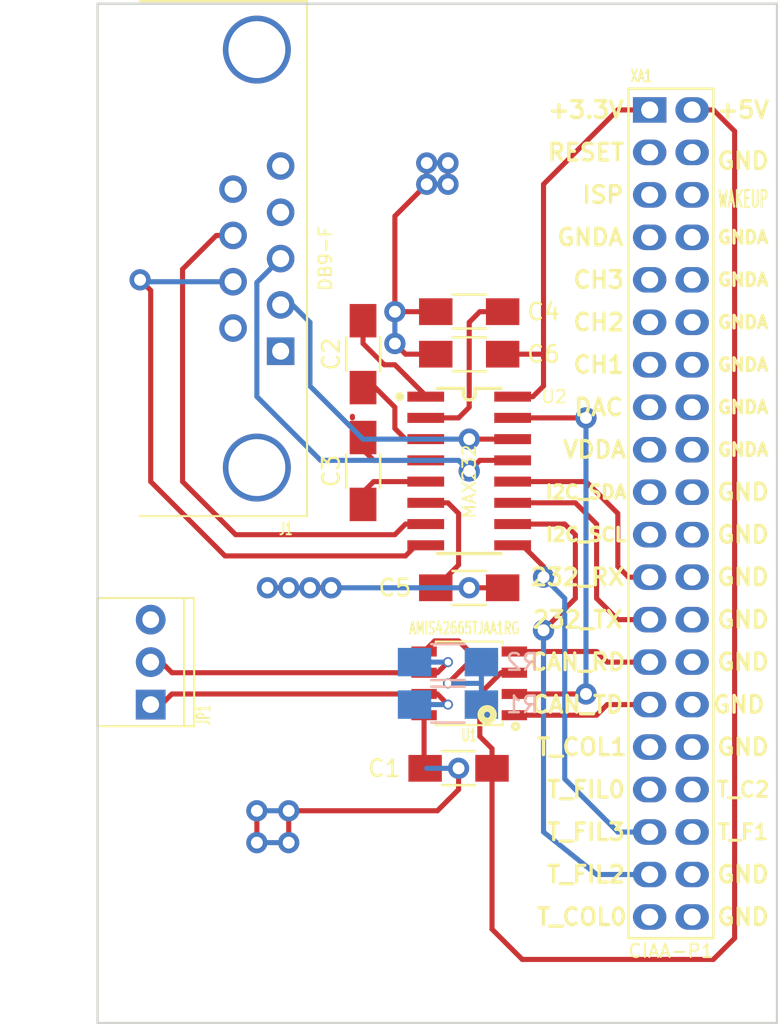
<source format=kicad_pcb>
(kicad_pcb (version 4) (host pcbnew 4.0.0-rc1-stable)

  (general
    (links 44)
    (no_connects 15)
    (area 181.181699 57.891699 228.040001 119.455001)
    (thickness 1.6)
    (drawings 4)
    (tracks 183)
    (zones 0)
    (modules 13)
    (nets 49)
  )

  (page A4)
  (layers
    (0 F.Cu signal)
    (31 B.Cu signal)
    (32 B.Adhes user)
    (33 F.Adhes user)
    (34 B.Paste user)
    (35 F.Paste user)
    (36 B.SilkS user)
    (37 F.SilkS user)
    (38 B.Mask user)
    (39 F.Mask user)
    (40 Dwgs.User user)
    (41 Cmts.User user)
    (42 Eco1.User user)
    (43 Eco2.User user)
    (44 Edge.Cuts user)
    (45 Margin user)
    (46 B.CrtYd user)
    (47 F.CrtYd user)
    (48 B.Fab user)
    (49 F.Fab user)
  )

  (setup
    (last_trace_width 0.3048)
    (trace_clearance 0.3048)
    (zone_clearance 0.508)
    (zone_45_only no)
    (trace_min 0.2)
    (segment_width 0.2)
    (edge_width 0.15)
    (via_size 0.6)
    (via_drill 0.4)
    (via_min_size 0.4)
    (via_min_drill 0.3)
    (user_via 1.27 0.7112)
    (uvia_size 0.3)
    (uvia_drill 0.1)
    (uvias_allowed no)
    (uvia_min_size 0.2)
    (uvia_min_drill 0.1)
    (pcb_text_width 0.3)
    (pcb_text_size 1.5 1.5)
    (mod_edge_width 0.15)
    (mod_text_size 1 1)
    (mod_text_width 0.15)
    (pad_size 1.524 1.524)
    (pad_drill 0.762)
    (pad_to_mask_clearance 0.2)
    (aux_axis_origin 0 0)
    (visible_elements 7FFEFFFF)
    (pcbplotparams
      (layerselection 0x00030_80000001)
      (usegerberextensions false)
      (excludeedgelayer true)
      (linewidth 0.100000)
      (plotframeref false)
      (viasonmask false)
      (mode 1)
      (useauxorigin false)
      (hpglpennumber 1)
      (hpglpenspeed 20)
      (hpglpendiameter 15)
      (hpglpenoverlay 2)
      (psnegative false)
      (psa4output false)
      (plotreference true)
      (plotvalue true)
      (plotinvisibletext false)
      (padsonsilk false)
      (subtractmaskfromsilk false)
      (outputformat 1)
      (mirror false)
      (drillshape 1)
      (scaleselection 1)
      (outputdirectory ""))
  )

  (net 0 "")
  (net 1 GND)
  (net 2 +5V)
  (net 3 "Net-(C2-Pad1)")
  (net 4 "Net-(C2-Pad2)")
  (net 5 "Net-(C3-Pad1)")
  (net 6 "Net-(C3-Pad2)")
  (net 7 "Net-(C4-Pad2)")
  (net 8 "Net-(C5-Pad2)")
  (net 9 "Net-(J1-Pad1)")
  (net 10 "Net-(J1-Pad2)")
  (net 11 "Net-(J1-Pad3)")
  (net 12 "Net-(J1-Pad4)")
  (net 13 "Net-(J1-Pad6)")
  (net 14 "Net-(J1-Pad7)")
  (net 15 "Net-(J1-Pad8)")
  (net 16 "Net-(J1-Pad9)")
  (net 17 "/Conector y CAN/CAN_P")
  (net 18 "/Conector y CAN/CAN_N")
  (net 19 "Net-(R1-Pad2)")
  (net 20 "/Conector y CAN/CAN_TX")
  (net 21 "/Conector y CAN/CAN_RX")
  (net 22 "/Conector y CAN/RTS")
  (net 23 "/Conector y CAN/CTS")
  (net 24 "/Conector y CAN/RXD")
  (net 25 "/Conector y CAN/TXD")
  (net 26 +3.3V)
  (net 27 "Net-(XA1-Pad11)")
  (net 28 "Net-(XA1-Pad13)")
  (net 29 "Net-(XA1-Pad6)")
  (net 30 "Net-(XA1-Pad15)")
  (net 31 "Net-(XA1-Pad8)")
  (net 32 "Net-(XA1-Pad17)")
  (net 33 "Net-(XA1-Pad10)")
  (net 34 "Net-(XA1-Pad19)")
  (net 35 "Net-(XA1-Pad12)")
  (net 36 "Net-(XA1-Pad21)")
  (net 37 "Net-(XA1-Pad14)")
  (net 38 "Net-(XA1-Pad16)")
  (net 39 "Net-(XA1-Pad18)")
  (net 40 "Net-(XA1-Pad31)")
  (net 41 "Net-(XA1-Pad33)")
  (net 42 "Net-(XA1-Pad34)")
  (net 43 "Net-(XA1-Pad36)")
  (net 44 "Net-(XA1-Pad3)")
  (net 45 "Net-(XA1-Pad5)")
  (net 46 "Net-(XA1-Pad7)")
  (net 47 "Net-(XA1-Pad9)")
  (net 48 "Net-(XA1-Pad39)")

  (net_class Default "This is the default net class."
    (clearance 0.3048)
    (trace_width 0.3048)
    (via_dia 0.6)
    (via_drill 0.4)
    (uvia_dia 0.3)
    (uvia_drill 0.1)
    (add_net +3.3V)
    (add_net +5V)
    (add_net "/Conector y CAN/CAN_N")
    (add_net "/Conector y CAN/CAN_P")
    (add_net "/Conector y CAN/CAN_RX")
    (add_net "/Conector y CAN/CAN_TX")
    (add_net "/Conector y CAN/CTS")
    (add_net "/Conector y CAN/RTS")
    (add_net "/Conector y CAN/RXD")
    (add_net "/Conector y CAN/TXD")
    (add_net GND)
    (add_net "Net-(C2-Pad1)")
    (add_net "Net-(C2-Pad2)")
    (add_net "Net-(C3-Pad1)")
    (add_net "Net-(C3-Pad2)")
    (add_net "Net-(C4-Pad2)")
    (add_net "Net-(C5-Pad2)")
    (add_net "Net-(J1-Pad1)")
    (add_net "Net-(J1-Pad2)")
    (add_net "Net-(J1-Pad3)")
    (add_net "Net-(J1-Pad4)")
    (add_net "Net-(J1-Pad6)")
    (add_net "Net-(J1-Pad7)")
    (add_net "Net-(J1-Pad8)")
    (add_net "Net-(J1-Pad9)")
    (add_net "Net-(R1-Pad2)")
    (add_net "Net-(XA1-Pad10)")
    (add_net "Net-(XA1-Pad11)")
    (add_net "Net-(XA1-Pad12)")
    (add_net "Net-(XA1-Pad13)")
    (add_net "Net-(XA1-Pad14)")
    (add_net "Net-(XA1-Pad15)")
    (add_net "Net-(XA1-Pad16)")
    (add_net "Net-(XA1-Pad17)")
    (add_net "Net-(XA1-Pad18)")
    (add_net "Net-(XA1-Pad19)")
    (add_net "Net-(XA1-Pad21)")
    (add_net "Net-(XA1-Pad3)")
    (add_net "Net-(XA1-Pad31)")
    (add_net "Net-(XA1-Pad33)")
    (add_net "Net-(XA1-Pad34)")
    (add_net "Net-(XA1-Pad36)")
    (add_net "Net-(XA1-Pad39)")
    (add_net "Net-(XA1-Pad5)")
    (add_net "Net-(XA1-Pad6)")
    (add_net "Net-(XA1-Pad7)")
    (add_net "Net-(XA1-Pad8)")
    (add_net "Net-(XA1-Pad9)")
  )

  (module ej2:DB9_F_TH (layer F.Cu) (tedit 565607B0) (tstamp 565E0054)
    (at 196.85 73.66 90)
    (path /565DDBAE/565DE99A)
    (fp_text reference J1 (at -16.165 1.735 180) (layer F.SilkS)
      (effects (font (size 0.7112 0.4572) (thickness 0.1143)))
    )
    (fp_text value DB9-F (at 0 4.1 90) (layer F.SilkS)
      (effects (font (size 0.762 0.762) (thickness 0.127)))
    )
    (fp_line (start 15.4 3) (end 15.4 -7) (layer F.SilkS) (width 0.127))
    (fp_line (start 15.4 -9.5) (end 15.4 -7) (layer Dwgs.User) (width 0.127))
    (fp_line (start -15.4 3) (end -15.4 -7) (layer F.SilkS) (width 0.127))
    (fp_line (start -15.4 -9.5) (end -15.4 -7) (layer Dwgs.User) (width 0.127))
    (fp_line (start -15.4 -9.1) (end 15.4 -9.1) (layer Dwgs.User) (width 0.127))
    (fp_arc (start -14.2 -14.3) (end -14.2 -14.5) (angle 90) (layer Dwgs.User) (width 0.127))
    (fp_arc (start -13.8 -14.3) (end -14 -14.3) (angle 90) (layer Dwgs.User) (width 0.127))
    (fp_arc (start -10.8 -14.3) (end -11 -14.3) (angle 90) (layer Dwgs.User) (width 0.127))
    (fp_arc (start -11.2 -14.3) (end -11.2 -14.5) (angle 90) (layer Dwgs.User) (width 0.127))
    (fp_arc (start 11.2 -14.3) (end 11 -14.3) (angle 90) (layer Dwgs.User) (width 0.127))
    (fp_arc (start 10.8 -14.3) (end 10.8 -14.5) (angle 90) (layer Dwgs.User) (width 0.127))
    (fp_arc (start 14.2 -14.3) (end 14 -14.3) (angle 90) (layer Dwgs.User) (width 0.127))
    (fp_arc (start 13.8 -14.3) (end 13.8 -14.5) (angle 90) (layer Dwgs.User) (width 0.127))
    (fp_line (start 10 -14.1) (end 10 -9.5) (layer Dwgs.User) (width 0.127))
    (fp_line (start 15 -14.1) (end 15 -9.5) (layer Dwgs.User) (width 0.127))
    (fp_line (start 10.4 -14.5) (end 14.6 -14.5) (layer Dwgs.User) (width 0.127))
    (fp_line (start -15 -14.1) (end -15 -9.5) (layer Dwgs.User) (width 0.127))
    (fp_line (start -10 -14.1) (end -10 -9.5) (layer Dwgs.User) (width 0.127))
    (fp_line (start -14.6 -14.5) (end -10.4 -14.5) (layer Dwgs.User) (width 0.127))
    (fp_arc (start -14.6 -14.1) (end -15 -14.1) (angle 90) (layer Dwgs.User) (width 0.127))
    (fp_arc (start -10.4 -14.1) (end -10.4 -14.5) (angle 90) (layer Dwgs.User) (width 0.127))
    (fp_arc (start 10.4 -14.1) (end 10 -14.1) (angle 90) (layer Dwgs.User) (width 0.127))
    (fp_arc (start 14.6 -14.1) (end 14.6 -14.5) (angle 90) (layer Dwgs.User) (width 0.127))
    (fp_line (start 14 -14.5) (end 14 -9.5) (layer Dwgs.User) (width 0.127))
    (fp_line (start 11 -14.5) (end 11 -9.5) (layer Dwgs.User) (width 0.127))
    (fp_line (start -11 -14.5) (end -11 -9.5) (layer Dwgs.User) (width 0.127))
    (fp_line (start -14 -14.5) (end -14 -9.5) (layer Dwgs.User) (width 0.127))
    (fp_line (start 7.8 -15.3) (end -7.8 -15.3) (layer Dwgs.User) (width 0.127))
    (fp_line (start 8.2 -14.9) (end 8.2 -9.5) (layer Dwgs.User) (width 0.127))
    (fp_line (start -8.2 -14.9) (end -8.2 -9.5) (layer Dwgs.User) (width 0.127))
    (fp_arc (start -7.8 -14.9) (end -8.2 -14.9) (angle 90) (layer Dwgs.User) (width 0.127))
    (fp_arc (start 7.8 -14.9) (end 7.8 -15.3) (angle 90) (layer Dwgs.User) (width 0.127))
    (fp_line (start 15.4 3) (end -15.4 3) (layer F.SilkS) (width 0.127))
    (fp_line (start -15.4 -9.5) (end 15.4 -9.5) (layer Dwgs.User) (width 0.127))
    (pad 1 thru_hole rect (at -5.5372 1.4224 90) (size 1.651 1.651) (drill 1.016) (layers *.Cu *.Mask)
      (net 9 "Net-(J1-Pad1)"))
    (pad 2 thru_hole circle (at -2.7686 1.4224 90) (size 1.651 1.651) (drill 1.016) (layers *.Cu *.Mask)
      (net 10 "Net-(J1-Pad2)"))
    (pad 3 thru_hole circle (at 0 1.4224 90) (size 1.651 1.651) (drill 1.016) (layers *.Cu *.Mask)
      (net 11 "Net-(J1-Pad3)"))
    (pad 4 thru_hole circle (at 2.7686 1.4224 90) (size 1.651 1.651) (drill 1.016) (layers *.Cu *.Mask)
      (net 12 "Net-(J1-Pad4)"))
    (pad 5 thru_hole circle (at 5.5372 1.4224 90) (size 1.651 1.651) (drill 1.016) (layers *.Cu *.Mask)
      (net 1 GND))
    (pad 6 thru_hole circle (at -4.1529 -1.4224 90) (size 1.651 1.651) (drill 1.016) (layers *.Cu *.Mask)
      (net 13 "Net-(J1-Pad6)"))
    (pad 7 thru_hole circle (at -1.3843 -1.4224 90) (size 1.651 1.651) (drill 1.016) (layers *.Cu *.Mask)
      (net 14 "Net-(J1-Pad7)"))
    (pad 8 thru_hole circle (at 1.3843 -1.4224 90) (size 1.651 1.651) (drill 1.016) (layers *.Cu *.Mask)
      (net 15 "Net-(J1-Pad8)"))
    (pad 9 thru_hole circle (at 4.1529 -1.4224 90) (size 1.651 1.651) (drill 1.016) (layers *.Cu *.Mask)
      (net 16 "Net-(J1-Pad9)"))
    (pad 10 thru_hole circle (at -12.4968 0 90) (size 4.064 4.064) (drill 3.4) (layers *.Cu *.Mask))
    (pad 11 thru_hole circle (at 12.4968 0 90) (size 4.064 4.064) (drill 3.4) (layers *.Cu *.Mask))
    (model ${KIPRJMOD}/ej2.3dshapes/db_9f.wrl
      (at (xyz 0 0.31 0))
      (scale (xyz 1 1.1 1))
      (rotate (xyz 0 0 180))
    )
  )

  (module ej2:CON_PALETA_3 (layer F.Cu) (tedit 565E46C7) (tstamp 565E005B)
    (at 190.5 97.79 90)
    (path /565DDB87/565DF3D9)
    (fp_text reference JP1 (at -3.175 3.175 90) (layer F.SilkS)
      (effects (font (size 0.762 0.4572) (thickness 0.127)))
    )
    (fp_text value CAN (at 3.175 3.175 90) (layer F.Fab)
      (effects (font (size 0.762 0.4572) (thickness 0.127)))
    )
    (fp_line (start 3.83 -3.2) (end 3.83 2.6) (layer F.SilkS) (width 0.127))
    (fp_line (start -3.83 -3.2) (end 3.83 -3.2) (layer F.SilkS) (width 0.127))
    (fp_line (start -3.83 2.6) (end -3.83 -3.2) (layer F.SilkS) (width 0.127))
    (fp_line (start 3.83 2.6) (end -3.83 2.6) (layer F.SilkS) (width 0.127))
    (fp_line (start 3.83 2) (end -3.83 2) (layer F.SilkS) (width 0.127))
    (pad 1 thru_hole rect (at -2.54 0 90) (size 1.778 1.778) (drill 1) (layers *.Cu *.Mask)
      (net 17 "/Conector y CAN/CAN_P"))
    (pad 2 thru_hole circle (at 0 0 90) (size 1.778 1.778) (drill 1) (layers *.Cu *.Mask)
      (net 18 "/Conector y CAN/CAN_N"))
    (pad 3 thru_hole circle (at 2.54 0 90) (size 1.778 1.778) (drill 1) (layers *.Cu *.Mask)
      (net 1 GND))
    (model ${KIPRJMOD}/ej2.3dshapes/CON_PALETA_3.wrl
      (at (xyz 0 0.012 0))
      (scale (xyz 0.395 0.395 0.395))
      (rotate (xyz 0 0 180))
    )
  )

  (module ej2:R_1206_HandSoldering (layer B.Cu) (tedit 565E3D23) (tstamp 565E0061)
    (at 208.28 100.33)
    (descr "Resistor SMD 1206, hand soldering")
    (tags "resistor 1206")
    (path /565DDB87/565DF2E8)
    (attr smd)
    (fp_text reference R1 (at 4.445 0) (layer B.SilkS)
      (effects (font (size 1 1) (thickness 0.15)) (justify mirror))
    )
    (fp_text value 60 (at 0 -2.3) (layer B.Fab)
      (effects (font (size 1 1) (thickness 0.15)) (justify mirror))
    )
    (fp_line (start -3.3 1.2) (end 3.3 1.2) (layer B.CrtYd) (width 0.05))
    (fp_line (start -3.3 -1.2) (end 3.3 -1.2) (layer B.CrtYd) (width 0.05))
    (fp_line (start -3.3 1.2) (end -3.3 -1.2) (layer B.CrtYd) (width 0.05))
    (fp_line (start 3.3 1.2) (end 3.3 -1.2) (layer B.CrtYd) (width 0.05))
    (fp_line (start 1 -1.075) (end -1 -1.075) (layer B.SilkS) (width 0.15))
    (fp_line (start -1 1.075) (end 1 1.075) (layer B.SilkS) (width 0.15))
    (pad 1 smd rect (at -2 0) (size 2 1.7) (layers B.Cu B.Paste B.Mask)
      (net 17 "/Conector y CAN/CAN_P"))
    (pad 2 smd rect (at 2 0) (size 2 1.7) (layers B.Cu B.Paste B.Mask)
      (net 19 "Net-(R1-Pad2)"))
    (model ../../../../../../Users/Pablo/Desktop/Practicas-Curso-Kicad/Origlia_Pablo/Ejercicio2/ej2.3dshapes/R_1206_HandSoldering.wrl
      (at (xyz 0 0 0))
      (scale (xyz 1 1 1))
      (rotate (xyz 0 0 0))
    )
  )

  (module ej2:R_1206_HandSoldering (layer B.Cu) (tedit 565E3D35) (tstamp 565E0067)
    (at 208.28 97.79 180)
    (descr "Resistor SMD 1206, hand soldering")
    (tags "resistor 1206")
    (path /565DDB87/565DF353)
    (attr smd)
    (fp_text reference R2 (at -4.445 0 180) (layer B.SilkS)
      (effects (font (size 1 1) (thickness 0.15)) (justify mirror))
    )
    (fp_text value 60 (at 0 -2.3 180) (layer B.Fab)
      (effects (font (size 1 1) (thickness 0.15)) (justify mirror))
    )
    (fp_line (start -3.3 1.2) (end 3.3 1.2) (layer B.CrtYd) (width 0.05))
    (fp_line (start -3.3 -1.2) (end 3.3 -1.2) (layer B.CrtYd) (width 0.05))
    (fp_line (start -3.3 1.2) (end -3.3 -1.2) (layer B.CrtYd) (width 0.05))
    (fp_line (start 3.3 1.2) (end 3.3 -1.2) (layer B.CrtYd) (width 0.05))
    (fp_line (start 1 -1.075) (end -1 -1.075) (layer B.SilkS) (width 0.15))
    (fp_line (start -1 1.075) (end 1 1.075) (layer B.SilkS) (width 0.15))
    (pad 1 smd rect (at -2 0 180) (size 2 1.7) (layers B.Cu B.Paste B.Mask)
      (net 19 "Net-(R1-Pad2)"))
    (pad 2 smd rect (at 2 0 180) (size 2 1.7) (layers B.Cu B.Paste B.Mask)
      (net 18 "/Conector y CAN/CAN_N"))
    (model ../../../../../../Users/Pablo/Desktop/Practicas-Curso-Kicad/Origlia_Pablo/Ejercicio2/ej2.3dshapes/R_1206_HandSoldering.wrl
      (at (xyz 0 0 0))
      (scale (xyz 1 1 1))
      (rotate (xyz 0 0 0))
    )
  )

  (module ej2:SOIC-8 (layer F.Cu) (tedit 53B412FC) (tstamp 565E0073)
    (at 209.55 99.06 180)
    (descr SO-8)
    (path /565DDB87/565DEF88)
    (fp_text reference U1 (at 0 -3.1 180) (layer F.SilkS)
      (effects (font (size 0.7112 0.4572) (thickness 0.1143)))
    )
    (fp_text value AMIS42665TJAA1RG (at 0.3 3.3 180) (layer F.SilkS)
      (effects (font (size 0.7112 0.4572) (thickness 0.1143)))
    )
    (fp_line (start -2 -2.5) (end -2 -2.3) (layer F.SilkS) (width 0.127))
    (fp_line (start -2 2.5) (end -2 2.3) (layer F.SilkS) (width 0.127))
    (fp_line (start 2 2.5) (end 2 2.3) (layer F.SilkS) (width 0.127))
    (fp_line (start 2 -2.5) (end 2 -2.3) (layer F.SilkS) (width 0.127))
    (fp_circle (center -2.7746 -2.5764) (end -2.8 -2.5) (layer F.SilkS) (width 0.2032))
    (fp_line (start 2 -2.5) (end -2 -2.5) (layer F.SilkS) (width 0.127))
    (fp_line (start -2 2.5) (end 2 2.5) (layer F.SilkS) (width 0.127))
    (fp_circle (center -1.0746 -1.8764) (end -1.1 -1.7) (layer F.SilkS) (width 0.4))
    (pad 1 smd rect (at -2.7 -1.905 90) (size 0.6 1.52) (layers F.Cu F.Paste F.Mask)
      (net 20 "/Conector y CAN/CAN_TX"))
    (pad 2 smd rect (at -2.7 -0.635 90) (size 0.6 1.52) (layers F.Cu F.Paste F.Mask)
      (net 1 GND))
    (pad 3 smd rect (at -2.7 0.635 90) (size 0.6 1.52) (layers F.Cu F.Paste F.Mask)
      (net 2 +5V))
    (pad 4 smd rect (at -2.7 1.905 90) (size 0.6 1.52) (layers F.Cu F.Paste F.Mask)
      (net 21 "/Conector y CAN/CAN_RX"))
    (pad 5 smd rect (at 2.7 1.905 90) (size 0.6 1.52) (layers F.Cu F.Paste F.Mask)
      (net 19 "Net-(R1-Pad2)"))
    (pad 6 smd rect (at 2.7 0.635 90) (size 0.6 1.52) (layers F.Cu F.Paste F.Mask)
      (net 18 "/Conector y CAN/CAN_N"))
    (pad 7 smd rect (at 2.7 -0.635 90) (size 0.6 1.52) (layers F.Cu F.Paste F.Mask)
      (net 17 "/Conector y CAN/CAN_P"))
    (pad 8 smd rect (at 2.7 -1.905 90) (size 0.6 1.52) (layers F.Cu F.Paste F.Mask)
      (net 1 GND))
    (model ${KIPRJMOD}/ej2.3dshapes/so-8.wrl
      (at (xyz 0 0 0))
      (scale (xyz 1 1 1))
      (rotate (xyz 0 0 90))
    )
  )

  (module ej2:SP3232ECN-SOIC16N (layer F.Cu) (tedit 565E0493) (tstamp 565E0087)
    (at 209.55 86.36 270)
    (descr "SMALL OUTLINE INTEGRATED CIRCUIT")
    (tags "SMALL OUTLINE INTEGRATED CIRCUIT")
    (path /565DDBAE/565DE95B)
    (attr smd)
    (fp_text reference U2 (at -4.445 -5.08 360) (layer F.SilkS)
      (effects (font (size 0.762 0.762) (thickness 0.1143)))
    )
    (fp_text value MAX232 (at 0.635 0 270) (layer F.SilkS)
      (effects (font (size 0.762 0.762) (thickness 0.1143)))
    )
    (fp_line (start -4.6 0.35) (end -4.9 0.35) (layer F.SilkS) (width 0.2032))
    (fp_line (start -4.6 -0.35) (end -4.9 -0.35) (layer F.SilkS) (width 0.2032))
    (fp_arc (start -4.6 0) (end -4.6 -0.35) (angle 180) (layer F.SilkS) (width 0.2032))
    (fp_circle (center -4.45 4.15) (end -4.35 4.05) (layer F.SilkS) (width 0.254))
    (fp_line (start -4.93776 1.89992) (end -4.93776 0.35) (layer F.SilkS) (width 0.2032))
    (fp_line (start -4.93776 -0.35) (end -4.93776 -1.89992) (layer F.SilkS) (width 0.2032))
    (fp_line (start 4.93776 -1.89992) (end 4.93776 1.39954) (layer F.SilkS) (width 0.2032))
    (fp_line (start 4.93776 1.39954) (end 4.93776 1.89992) (layer F.SilkS) (width 0.2032))
    (pad 1 smd rect (at -4.445 2.59842 270) (size 0.59944 2.19964) (layers F.Cu F.Paste F.Mask)
      (net 3 "Net-(C2-Pad1)"))
    (pad 2 smd rect (at -3.175 2.59842 270) (size 0.59944 2.19964) (layers F.Cu F.Paste F.Mask)
      (net 7 "Net-(C4-Pad2)"))
    (pad 3 smd rect (at -1.905 2.59842 270) (size 0.59944 2.19964) (layers F.Cu F.Paste F.Mask)
      (net 4 "Net-(C2-Pad2)"))
    (pad 4 smd rect (at -0.635 2.59842 270) (size 0.59944 2.19964) (layers F.Cu F.Paste F.Mask)
      (net 5 "Net-(C3-Pad1)"))
    (pad 5 smd rect (at 0.635 2.59842 270) (size 0.59944 2.19964) (layers F.Cu F.Paste F.Mask)
      (net 6 "Net-(C3-Pad2)"))
    (pad 6 smd rect (at 1.905 2.59842 270) (size 0.59944 2.19964) (layers F.Cu F.Paste F.Mask)
      (net 8 "Net-(C5-Pad2)"))
    (pad 7 smd rect (at 3.175 2.59842 270) (size 0.59944 2.19964) (layers F.Cu F.Paste F.Mask)
      (net 15 "Net-(J1-Pad8)"))
    (pad 8 smd rect (at 4.445 2.59842 270) (size 0.59944 2.19964) (layers F.Cu F.Paste F.Mask)
      (net 14 "Net-(J1-Pad7)"))
    (pad 9 smd rect (at 4.445 -2.59842 270) (size 0.59944 2.19964) (layers F.Cu F.Paste F.Mask)
      (net 22 "/Conector y CAN/RTS"))
    (pad 10 smd rect (at 3.175 -2.59842 270) (size 0.59944 2.19964) (layers F.Cu F.Paste F.Mask)
      (net 23 "/Conector y CAN/CTS"))
    (pad 11 smd rect (at 1.905 -2.59842 270) (size 0.59944 2.19964) (layers F.Cu F.Paste F.Mask)
      (net 24 "/Conector y CAN/RXD"))
    (pad 12 smd rect (at 0.635 -2.59842 270) (size 0.59944 2.19964) (layers F.Cu F.Paste F.Mask)
      (net 25 "/Conector y CAN/TXD"))
    (pad 13 smd rect (at -0.635 -2.59842 270) (size 0.59944 2.19964) (layers F.Cu F.Paste F.Mask)
      (net 11 "Net-(J1-Pad3)"))
    (pad 14 smd rect (at -1.905 -2.59842 270) (size 0.59944 2.19964) (layers F.Cu F.Paste F.Mask)
      (net 10 "Net-(J1-Pad2)"))
    (pad 15 smd rect (at -3.175 -2.59842 270) (size 0.59944 2.19964) (layers F.Cu F.Paste F.Mask)
      (net 1 GND))
    (pad 16 smd rect (at -4.445 -2.59842 270) (size 0.59944 2.19964) (layers F.Cu F.Paste F.Mask)
      (net 26 +3.3V))
    (model ${KIPRJMOD}/ej2.3dshapes/so-16.wrl
      (at (xyz 0 0 0))
      (scale (xyz 1 1 1))
      (rotate (xyz 0 0 0))
    )
  )

  (module ej2:Conn_Poncho_Derecha (layer F.Cu) (tedit 565779F5) (tstamp 565E00B3)
    (at 220.345 64.77)
    (tags "CONN Poncho")
    (path /565DDB87/565DEBDD)
    (fp_text reference XA1 (at -0.508 -2.032) (layer F.SilkS)
      (effects (font (size 0.7112 0.4572) (thickness 0.1143)))
    )
    (fp_text value Conn_Poncho2P_2x_20x2 (at -1.905 51.181) (layer F.SilkS) hide
      (effects (font (size 0.7112 0.4572) (thickness 0.1143)))
    )
    (fp_text user GND (at 5.588 48.26) (layer F.SilkS)
      (effects (font (size 1 1) (thickness 0.2)))
    )
    (fp_text user GND (at 5.588 45.72) (layer F.SilkS)
      (effects (font (size 1 1) (thickness 0.2)))
    )
    (fp_text user T_F1 (at 5.588 43.18) (layer F.SilkS)
      (effects (font (size 0.9 0.9) (thickness 0.18)))
    )
    (fp_text user T_C2 (at 5.588 40.64) (layer F.SilkS)
      (effects (font (size 0.9 0.9) (thickness 0.18)))
    )
    (fp_text user GND (at 5.588 38.1) (layer F.SilkS)
      (effects (font (size 1 1) (thickness 0.2)))
    )
    (fp_text user GND (at 5.334 35.56) (layer F.SilkS)
      (effects (font (size 1 1) (thickness 0.2)))
    )
    (fp_text user GND (at 5.588 33.02) (layer F.SilkS)
      (effects (font (size 1 1) (thickness 0.2)))
    )
    (fp_text user GND (at 5.588 30.48) (layer F.SilkS)
      (effects (font (size 1 1) (thickness 0.2)))
    )
    (fp_text user GND (at 5.588 27.94) (layer F.SilkS)
      (effects (font (size 1 1) (thickness 0.2)))
    )
    (fp_text user GND (at 5.588 25.4) (layer F.SilkS)
      (effects (font (size 1 1) (thickness 0.2)))
    )
    (fp_text user GND (at 5.588 22.86) (layer F.SilkS)
      (effects (font (size 1 1) (thickness 0.2)))
    )
    (fp_text user GNDA (at 5.588 20.32) (layer F.SilkS)
      (effects (font (size 0.76 0.76) (thickness 0.19)))
    )
    (fp_text user GNDA (at 5.588 17.78) (layer F.SilkS)
      (effects (font (size 0.76 0.76) (thickness 0.19)))
    )
    (fp_text user GNDA (at 5.588 15.24) (layer F.SilkS)
      (effects (font (size 0.76 0.76) (thickness 0.19)))
    )
    (fp_text user GNDA (at 5.588 12.7) (layer F.SilkS)
      (effects (font (size 0.76 0.76) (thickness 0.19)))
    )
    (fp_text user GNDA (at 5.588 10.16) (layer F.SilkS)
      (effects (font (size 0.76 0.76) (thickness 0.19)))
    )
    (fp_text user GNDA (at 5.588 7.62) (layer F.SilkS)
      (effects (font (size 0.76 0.76) (thickness 0.19)))
    )
    (fp_text user WAKEUP (at 5.588 5.334) (layer F.SilkS)
      (effects (font (size 1 0.5) (thickness 0.125)))
    )
    (fp_text user GND (at 5.588 3.048) (layer F.SilkS)
      (effects (font (size 1 1) (thickness 0.2)))
    )
    (fp_text user +5V (at 5.588 0) (layer F.SilkS)
      (effects (font (size 1 1) (thickness 0.2)))
    )
    (fp_text user T_COL0 (at -4.064 48.26) (layer F.SilkS)
      (effects (font (size 1 1) (thickness 0.2)))
    )
    (fp_text user T_FIL2 (at -3.81 45.72) (layer F.SilkS)
      (effects (font (size 1 1) (thickness 0.2)))
    )
    (fp_text user T_FIL3 (at -3.81 43.18) (layer F.SilkS)
      (effects (font (size 1 1) (thickness 0.2)))
    )
    (fp_text user T_FIL0 (at -3.81 40.64) (layer F.SilkS)
      (effects (font (size 1 1) (thickness 0.2)))
    )
    (fp_text user T_COL1 (at -4.064 38.1) (layer F.SilkS)
      (effects (font (size 1 1) (thickness 0.2)))
    )
    (fp_text user CAN_TD (at -4.318 35.56) (layer F.SilkS)
      (effects (font (size 1 1) (thickness 0.2)))
    )
    (fp_text user CAN_RD (at -4.318 33.02) (layer F.SilkS)
      (effects (font (size 1 1) (thickness 0.2)))
    )
    (fp_text user 232_TX (at -4.318 30.48) (layer F.SilkS)
      (effects (font (size 1 1) (thickness 0.2)))
    )
    (fp_text user 232_RX (at -4.318 27.94) (layer F.SilkS)
      (effects (font (size 1 1) (thickness 0.2)))
    )
    (fp_text user I2C_SCL (at -3.81 25.4) (layer F.SilkS)
      (effects (font (size 0.8 0.8) (thickness 0.2)))
    )
    (fp_text user I2C_SDA (at -3.81 22.86) (layer F.SilkS)
      (effects (font (size 0.8 0.8) (thickness 0.2)))
    )
    (fp_text user VDDA (at -3.302 20.32) (layer F.SilkS)
      (effects (font (size 1 1) (thickness 0.2)))
    )
    (fp_text user DAC (at -3.048 17.78) (layer F.SilkS)
      (effects (font (size 1 1) (thickness 0.2)))
    )
    (fp_text user CH1 (at -3.048 15.24) (layer F.SilkS)
      (effects (font (size 1 1) (thickness 0.2)))
    )
    (fp_text user CH2 (at -3.048 12.7) (layer F.SilkS)
      (effects (font (size 1 1) (thickness 0.2)))
    )
    (fp_text user CH3 (at -3.048 10.16) (layer F.SilkS)
      (effects (font (size 1 1) (thickness 0.2)))
    )
    (fp_text user GNDA (at -3.556 7.62) (layer F.SilkS)
      (effects (font (size 1 1) (thickness 0.2)))
    )
    (fp_text user ISP (at -2.794 5.08) (layer F.SilkS)
      (effects (font (size 1 1) (thickness 0.2)))
    )
    (fp_text user RESET (at -3.81 2.54) (layer F.SilkS)
      (effects (font (size 1 1) (thickness 0.2)))
    )
    (fp_text user CIAA-P1 (at 1.27 50.292) (layer F.SilkS)
      (effects (font (size 0.8 0.8) (thickness 0.12)))
    )
    (fp_text user +3.3V (at -3.81 0) (layer F.SilkS)
      (effects (font (size 1 1) (thickness 0.2)))
    )
    (fp_line (start -1.27 49.53) (end -1.27 -1.27) (layer F.SilkS) (width 0.15))
    (fp_line (start 3.81 49.53) (end 3.81 -1.27) (layer F.SilkS) (width 0.15))
    (fp_line (start 3.81 49.53) (end -1.27 49.53) (layer F.SilkS) (width 0.15))
    (fp_line (start 3.81 -1.27) (end -1.27 -1.27) (layer F.SilkS) (width 0.15))
    (pad 1 thru_hole rect (at 0 0 270) (size 1.524 2) (drill 1.016) (layers *.Cu *.Mask)
      (net 26 +3.3V))
    (pad 2 thru_hole oval (at 2.54 0 270) (size 1.524 2) (drill 1.016) (layers *.Cu *.Mask)
      (net 2 +5V))
    (pad 11 thru_hole oval (at 0 12.7 270) (size 1.524 2) (drill 1.016) (layers *.Cu *.Mask)
      (net 27 "Net-(XA1-Pad11)"))
    (pad 4 thru_hole oval (at 2.54 2.54 270) (size 1.524 2) (drill 1.016) (layers *.Cu *.Mask)
      (net 1 GND))
    (pad 13 thru_hole oval (at 0 15.24 270) (size 1.524 2) (drill 1.016) (layers *.Cu *.Mask)
      (net 28 "Net-(XA1-Pad13)"))
    (pad 6 thru_hole oval (at 2.54 5.08 270) (size 1.524 2) (drill 1.016) (layers *.Cu *.Mask)
      (net 29 "Net-(XA1-Pad6)"))
    (pad 15 thru_hole oval (at 0 17.78 270) (size 1.524 2) (drill 1.016) (layers *.Cu *.Mask)
      (net 30 "Net-(XA1-Pad15)"))
    (pad 8 thru_hole oval (at 2.54 7.62 270) (size 1.524 2) (drill 1.016) (layers *.Cu *.Mask)
      (net 31 "Net-(XA1-Pad8)"))
    (pad 17 thru_hole oval (at 0 20.32 270) (size 1.524 2) (drill 1.016) (layers *.Cu *.Mask)
      (net 32 "Net-(XA1-Pad17)"))
    (pad 10 thru_hole oval (at 2.54 10.16 270) (size 1.524 2) (drill 1.016) (layers *.Cu *.Mask)
      (net 33 "Net-(XA1-Pad10)"))
    (pad 19 thru_hole oval (at 0 22.86 270) (size 1.524 2) (drill 1.016) (layers *.Cu *.Mask)
      (net 34 "Net-(XA1-Pad19)"))
    (pad 12 thru_hole oval (at 2.54 12.7 270) (size 1.524 2) (drill 1.016) (layers *.Cu *.Mask)
      (net 35 "Net-(XA1-Pad12)"))
    (pad 21 thru_hole oval (at 0 25.4 270) (size 1.524 2) (drill 1.016) (layers *.Cu *.Mask)
      (net 36 "Net-(XA1-Pad21)"))
    (pad 14 thru_hole oval (at 2.54 15.24 270) (size 1.524 2) (drill 1.016) (layers *.Cu *.Mask)
      (net 37 "Net-(XA1-Pad14)"))
    (pad 23 thru_hole oval (at 0 27.94 270) (size 1.524 2) (drill 1.016) (layers *.Cu *.Mask)
      (net 25 "/Conector y CAN/TXD"))
    (pad 16 thru_hole oval (at 2.54 17.78 270) (size 1.524 2) (drill 1.016) (layers *.Cu *.Mask)
      (net 38 "Net-(XA1-Pad16)"))
    (pad 25 thru_hole oval (at 0 30.48 270) (size 1.524 2) (drill 1.016) (layers *.Cu *.Mask)
      (net 24 "/Conector y CAN/RXD"))
    (pad 18 thru_hole oval (at 2.54 20.32 270) (size 1.524 2) (drill 1.016) (layers *.Cu *.Mask)
      (net 39 "Net-(XA1-Pad18)"))
    (pad 27 thru_hole oval (at 0 33.02 270) (size 1.524 2) (drill 1.016) (layers *.Cu *.Mask)
      (net 21 "/Conector y CAN/CAN_RX"))
    (pad 20 thru_hole oval (at 2.54 22.86 270) (size 1.524 2) (drill 1.016) (layers *.Cu *.Mask)
      (net 1 GND))
    (pad 29 thru_hole oval (at 0 35.56 270) (size 1.524 2) (drill 1.016) (layers *.Cu *.Mask)
      (net 20 "/Conector y CAN/CAN_TX"))
    (pad 22 thru_hole oval (at 2.54 25.4 270) (size 1.524 2) (drill 1.016) (layers *.Cu *.Mask)
      (net 1 GND))
    (pad 31 thru_hole oval (at 0 38.1 270) (size 1.524 2) (drill 1.016) (layers *.Cu *.Mask)
      (net 40 "Net-(XA1-Pad31)"))
    (pad 24 thru_hole oval (at 2.54 27.94 270) (size 1.524 2) (drill 1.016) (layers *.Cu *.Mask)
      (net 1 GND))
    (pad 26 thru_hole oval (at 2.54 30.48 270) (size 1.524 2) (drill 1.016) (layers *.Cu *.Mask)
      (net 1 GND))
    (pad 33 thru_hole oval (at 0 40.64 270) (size 1.524 2) (drill 1.016) (layers *.Cu *.Mask)
      (net 41 "Net-(XA1-Pad33)"))
    (pad 28 thru_hole oval (at 2.54 33.02 270) (size 1.524 2) (drill 1.016) (layers *.Cu *.Mask)
      (net 1 GND))
    (pad 32 thru_hole oval (at 2.54 38.1 270) (size 1.524 2) (drill 1.016) (layers *.Cu *.Mask)
      (net 1 GND))
    (pad 34 thru_hole oval (at 2.54 40.64 270) (size 1.524 2) (drill 1.016) (layers *.Cu *.Mask)
      (net 42 "Net-(XA1-Pad34)"))
    (pad 36 thru_hole oval (at 2.54 43.18 270) (size 1.524 2) (drill 1.016) (layers *.Cu *.Mask)
      (net 43 "Net-(XA1-Pad36)"))
    (pad 38 thru_hole oval (at 2.54 45.72 270) (size 1.524 2) (drill 1.016) (layers *.Cu *.Mask)
      (net 1 GND))
    (pad 35 thru_hole oval (at 0 43.18 270) (size 1.524 2) (drill 1.016) (layers *.Cu *.Mask)
      (net 22 "/Conector y CAN/RTS"))
    (pad 37 thru_hole oval (at 0 45.72 270) (size 1.524 2) (drill 1.016) (layers *.Cu *.Mask)
      (net 23 "/Conector y CAN/CTS"))
    (pad 3 thru_hole oval (at 0 2.54 270) (size 1.524 2) (drill 1.016) (layers *.Cu *.Mask)
      (net 44 "Net-(XA1-Pad3)"))
    (pad 5 thru_hole oval (at 0 5.08 270) (size 1.524 2) (drill 1.016) (layers *.Cu *.Mask)
      (net 45 "Net-(XA1-Pad5)"))
    (pad 7 thru_hole oval (at 0 7.62 270) (size 1.524 2) (drill 1.016) (layers *.Cu *.Mask)
      (net 46 "Net-(XA1-Pad7)"))
    (pad 9 thru_hole oval (at 0 10.16 270) (size 1.524 2) (drill 1.016) (layers *.Cu *.Mask)
      (net 47 "Net-(XA1-Pad9)"))
    (pad 39 thru_hole oval (at 0 48.26 270) (size 1.524 2) (drill 1.016) (layers *.Cu *.Mask)
      (net 48 "Net-(XA1-Pad39)"))
    (pad 40 thru_hole oval (at 2.54 48.26 270) (size 1.524 2) (drill 1.016) (layers *.Cu *.Mask)
      (net 1 GND))
    (pad 30 thru_hole oval (at 2.54 35.56 270) (size 1.524 2) (drill 1.016) (layers *.Cu *.Mask)
      (net 1 GND))
    (model ${KIPRJMOD}/ej2.3dshapes/pin_strip_20x2.wrl
      (at (xyz 0.05 -0.95 -0.063))
      (scale (xyz 1 1 1))
      (rotate (xyz 180 0 90))
    )
  )

  (module ej2:C_1206_HandSoldering (layer F.Cu) (tedit 565E3D50) (tstamp 565E0C3E)
    (at 208.915 104.14)
    (descr "Capacitor SMD 1206, hand soldering")
    (tags "capacitor 1206")
    (path /565DDB87/565DF070)
    (attr smd)
    (fp_text reference C1 (at -4.445 0) (layer F.SilkS)
      (effects (font (size 1 1) (thickness 0.15)))
    )
    (fp_text value 100nF (at 0 -2.54) (layer F.Fab)
      (effects (font (size 1 1) (thickness 0.15)))
    )
    (fp_line (start 3.302 1.143) (end 3.302 -1.143) (layer F.CrtYd) (width 0.05))
    (fp_line (start -3.302 -1.143) (end -3.302 1.143) (layer F.CrtYd) (width 0.05))
    (fp_line (start -3.3 1.136) (end 3.3 1.136) (layer F.CrtYd) (width 0.05))
    (fp_line (start 1 1.007) (end -1 1.007) (layer F.SilkS) (width 0.15))
    (fp_line (start 1 -1.025) (end -1 -1.025) (layer F.SilkS) (width 0.15))
    (fp_line (start -3.3 -1.15) (end 3.3 -1.15) (layer F.CrtYd) (width 0.05))
    (pad 1 smd rect (at -2 0) (size 2 1.6) (layers F.Cu F.Paste F.Mask)
      (net 1 GND))
    (pad 2 smd rect (at 2 0) (size 2 1.6) (layers F.Cu F.Paste F.Mask)
      (net 2 +5V))
    (model ../../../../../../Users/Pablo/Desktop/Practicas-Curso-Kicad/Origlia_Pablo/Ejercicio2/ej2.3dshapes/C_1206_HandSoldering.wrl
      (at (xyz 0 0 0))
      (scale (xyz 1 1 1))
      (rotate (xyz 0 0 0))
    )
  )

  (module ej2:C_1206_HandSoldering (layer F.Cu) (tedit 565E0EC0) (tstamp 565E0C49)
    (at 203.2 79.375 270)
    (descr "Capacitor SMD 1206, hand soldering")
    (tags "capacitor 1206")
    (path /565DDBAE/565E1E22)
    (attr smd)
    (fp_text reference C2 (at 0 1.905 270) (layer F.SilkS)
      (effects (font (size 1 1) (thickness 0.15)))
    )
    (fp_text value 100nF (at 0 -2.54 270) (layer F.Fab)
      (effects (font (size 1 1) (thickness 0.15)))
    )
    (fp_line (start 3.302 1.143) (end 3.302 -1.143) (layer F.CrtYd) (width 0.05))
    (fp_line (start -3.302 -1.143) (end -3.302 1.143) (layer F.CrtYd) (width 0.05))
    (fp_line (start -3.3 1.136) (end 3.3 1.136) (layer F.CrtYd) (width 0.05))
    (fp_line (start 1 1.007) (end -1 1.007) (layer F.SilkS) (width 0.15))
    (fp_line (start 1 -1.025) (end -1 -1.025) (layer F.SilkS) (width 0.15))
    (fp_line (start -3.3 -1.15) (end 3.3 -1.15) (layer F.CrtYd) (width 0.05))
    (pad 1 smd rect (at -2 0 270) (size 2 1.6) (layers F.Cu F.Paste F.Mask)
      (net 3 "Net-(C2-Pad1)"))
    (pad 2 smd rect (at 2 0 270) (size 2 1.6) (layers F.Cu F.Paste F.Mask)
      (net 4 "Net-(C2-Pad2)"))
    (model ../../../../../../Users/Pablo/Desktop/Practicas-Curso-Kicad/Origlia_Pablo/Ejercicio2/ej2.3dshapes/C_1206_HandSoldering.wrl
      (at (xyz 0 0 0))
      (scale (xyz 1 1 1))
      (rotate (xyz 0 0 0))
    )
  )

  (module ej2:C_1206_HandSoldering (layer F.Cu) (tedit 565E3C46) (tstamp 565E0C54)
    (at 203.2 86.36 270)
    (descr "Capacitor SMD 1206, hand soldering")
    (tags "capacitor 1206")
    (path /565DDBAE/565E1DF8)
    (attr smd)
    (fp_text reference C3 (at 0 1.905 270) (layer F.SilkS)
      (effects (font (size 1 1) (thickness 0.15)))
    )
    (fp_text value 100nF (at 0 -2.54 270) (layer F.Fab)
      (effects (font (size 1 1) (thickness 0.15)))
    )
    (fp_line (start 3.302 1.143) (end 3.302 -1.143) (layer F.CrtYd) (width 0.05))
    (fp_line (start -3.302 -1.143) (end -3.302 1.143) (layer F.CrtYd) (width 0.05))
    (fp_line (start -3.3 1.136) (end 3.3 1.136) (layer F.CrtYd) (width 0.05))
    (fp_line (start 1 1.007) (end -1 1.007) (layer F.SilkS) (width 0.15))
    (fp_line (start 1 -1.025) (end -1 -1.025) (layer F.SilkS) (width 0.15))
    (fp_line (start -3.3 -1.15) (end 3.3 -1.15) (layer F.CrtYd) (width 0.05))
    (pad 1 smd rect (at -2 0 270) (size 2 1.6) (layers F.Cu F.Paste F.Mask)
      (net 5 "Net-(C3-Pad1)"))
    (pad 2 smd rect (at 2 0 270) (size 2 1.6) (layers F.Cu F.Paste F.Mask)
      (net 6 "Net-(C3-Pad2)"))
    (model ../../../../../../Users/Pablo/Desktop/Practicas-Curso-Kicad/Origlia_Pablo/Ejercicio2/ej2.3dshapes/C_1206_HandSoldering.wrl
      (at (xyz 0 0 0))
      (scale (xyz 1 1 1))
      (rotate (xyz 0 0 0))
    )
  )

  (module ej2:C_1206_HandSoldering (layer F.Cu) (tedit 565E0F10) (tstamp 565E0C5F)
    (at 209.55 76.835)
    (descr "Capacitor SMD 1206, hand soldering")
    (tags "capacitor 1206")
    (path /565DDBAE/565E1F03)
    (attr smd)
    (fp_text reference C4 (at 4.445 0) (layer F.SilkS)
      (effects (font (size 1 1) (thickness 0.15)))
    )
    (fp_text value 100nF (at 0 -2.54) (layer F.Fab)
      (effects (font (size 1 1) (thickness 0.15)))
    )
    (fp_line (start 3.302 1.143) (end 3.302 -1.143) (layer F.CrtYd) (width 0.05))
    (fp_line (start -3.302 -1.143) (end -3.302 1.143) (layer F.CrtYd) (width 0.05))
    (fp_line (start -3.3 1.136) (end 3.3 1.136) (layer F.CrtYd) (width 0.05))
    (fp_line (start 1 1.007) (end -1 1.007) (layer F.SilkS) (width 0.15))
    (fp_line (start 1 -1.025) (end -1 -1.025) (layer F.SilkS) (width 0.15))
    (fp_line (start -3.3 -1.15) (end 3.3 -1.15) (layer F.CrtYd) (width 0.05))
    (pad 1 smd rect (at -2 0) (size 2 1.6) (layers F.Cu F.Paste F.Mask)
      (net 1 GND))
    (pad 2 smd rect (at 2 0) (size 2 1.6) (layers F.Cu F.Paste F.Mask)
      (net 7 "Net-(C4-Pad2)"))
    (model ../../../../../../Users/Pablo/Desktop/Practicas-Curso-Kicad/Origlia_Pablo/Ejercicio2/ej2.3dshapes/C_1206_HandSoldering.wrl
      (at (xyz 0 0 0))
      (scale (xyz 1 1 1))
      (rotate (xyz 0 0 0))
    )
  )

  (module ej2:C_1206_HandSoldering (layer F.Cu) (tedit 565E3C73) (tstamp 565E0C6A)
    (at 209.55 93.345 180)
    (descr "Capacitor SMD 1206, hand soldering")
    (tags "capacitor 1206")
    (path /565DDBAE/565E1E9B)
    (attr smd)
    (fp_text reference C5 (at 4.445 0 180) (layer F.SilkS)
      (effects (font (size 1 1) (thickness 0.15)))
    )
    (fp_text value 100nF (at 0 -2.54 180) (layer F.Fab)
      (effects (font (size 1 1) (thickness 0.15)))
    )
    (fp_line (start 3.302 1.143) (end 3.302 -1.143) (layer F.CrtYd) (width 0.05))
    (fp_line (start -3.302 -1.143) (end -3.302 1.143) (layer F.CrtYd) (width 0.05))
    (fp_line (start -3.3 1.136) (end 3.3 1.136) (layer F.CrtYd) (width 0.05))
    (fp_line (start 1 1.007) (end -1 1.007) (layer F.SilkS) (width 0.15))
    (fp_line (start 1 -1.025) (end -1 -1.025) (layer F.SilkS) (width 0.15))
    (fp_line (start -3.3 -1.15) (end 3.3 -1.15) (layer F.CrtYd) (width 0.05))
    (pad 1 smd rect (at -2 0 180) (size 2 1.6) (layers F.Cu F.Paste F.Mask)
      (net 1 GND))
    (pad 2 smd rect (at 2 0 180) (size 2 1.6) (layers F.Cu F.Paste F.Mask)
      (net 8 "Net-(C5-Pad2)"))
    (model ../../../../../../Users/Pablo/Desktop/Practicas-Curso-Kicad/Origlia_Pablo/Ejercicio2/ej2.3dshapes/C_1206_HandSoldering.wrl
      (at (xyz 0 0 0))
      (scale (xyz 1 1 1))
      (rotate (xyz 0 0 0))
    )
  )

  (module ej2:C_1206_HandSoldering (layer F.Cu) (tedit 565E0F1C) (tstamp 565E0C75)
    (at 209.55 79.375 180)
    (descr "Capacitor SMD 1206, hand soldering")
    (tags "capacitor 1206")
    (path /565DDBAE/565E1F7C)
    (attr smd)
    (fp_text reference C6 (at -4.445 0 180) (layer F.SilkS)
      (effects (font (size 1 1) (thickness 0.15)))
    )
    (fp_text value 100nF (at 0 -2.54 180) (layer F.Fab)
      (effects (font (size 1 1) (thickness 0.15)))
    )
    (fp_line (start 3.302 1.143) (end 3.302 -1.143) (layer F.CrtYd) (width 0.05))
    (fp_line (start -3.302 -1.143) (end -3.302 1.143) (layer F.CrtYd) (width 0.05))
    (fp_line (start -3.3 1.136) (end 3.3 1.136) (layer F.CrtYd) (width 0.05))
    (fp_line (start 1 1.007) (end -1 1.007) (layer F.SilkS) (width 0.15))
    (fp_line (start 1 -1.025) (end -1 -1.025) (layer F.SilkS) (width 0.15))
    (fp_line (start -3.3 -1.15) (end 3.3 -1.15) (layer F.CrtYd) (width 0.05))
    (pad 1 smd rect (at -2 0 180) (size 2 1.6) (layers F.Cu F.Paste F.Mask)
      (net 26 +3.3V))
    (pad 2 smd rect (at 2 0 180) (size 2 1.6) (layers F.Cu F.Paste F.Mask)
      (net 1 GND))
    (model ../../../../../../Users/Pablo/Desktop/Practicas-Curso-Kicad/Origlia_Pablo/Ejercicio2/ej2.3dshapes/C_1206_HandSoldering.wrl
      (at (xyz 0 0 0))
      (scale (xyz 1 1 1))
      (rotate (xyz 0 0 0))
    )
  )

  (gr_line (start 187.325 119.38) (end 187.325 58.42) (angle 90) (layer Edge.Cuts) (width 0.15))
  (gr_line (start 227.965 119.38) (end 187.325 119.38) (angle 90) (layer Edge.Cuts) (width 0.15))
  (gr_line (start 227.965 58.42) (end 227.965 119.38) (angle 90) (layer Edge.Cuts) (width 0.15))
  (gr_line (start 187.325 58.42) (end 227.965 58.42) (angle 90) (layer Edge.Cuts) (width 0.15))

  (segment (start 198.755 108.585) (end 198.755 106.68) (width 0.3048) (layer F.Cu) (net 0) (tstamp 565EEFA9))
  (via (at 198.755 108.585) (size 1.27) (drill 0.7112) (layers F.Cu B.Cu) (net 0))
  (segment (start 196.85 108.585) (end 198.755 108.585) (width 0.3048) (layer B.Cu) (net 0) (tstamp 565EEFA6))
  (via (at 196.85 108.585) (size 1.27) (drill 0.7112) (layers F.Cu B.Cu) (net 0))
  (segment (start 196.85 106.68) (end 196.85 108.585) (width 0.3048) (layer F.Cu) (net 0) (tstamp 565EEFA3))
  (via (at 196.85 106.68) (size 1.27) (drill 0.7112) (layers F.Cu B.Cu) (net 0))
  (segment (start 198.755 106.68) (end 196.85 106.68) (width 0.3048) (layer B.Cu) (net 0) (tstamp 565EEFA0))
  (via (at 198.755 106.68) (size 1.27) (drill 0.7112) (layers F.Cu B.Cu) (net 0))
  (segment (start 199.39 106.68) (end 198.755 106.68) (width 0.3048) (layer F.Cu) (net 0) (tstamp 565EEF95))
  (segment (start 207.645 106.68) (end 199.39 106.68) (width 0.3048) (layer F.Cu) (net 0) (tstamp 565EEF93))
  (segment (start 208.915 105.41) (end 207.645 106.68) (width 0.3048) (layer F.Cu) (net 0) (tstamp 565EEF8E))
  (segment (start 208.915 104.14) (end 208.915 105.41) (width 0.3048) (layer F.Cu) (net 0) (tstamp 565EEF8D))
  (via (at 208.915 104.14) (size 1.27) (drill 0.7112) (layers F.Cu B.Cu) (net 0))
  (segment (start 207.01 104.14) (end 208.915 104.14) (width 0.3048) (layer B.Cu) (net 0))
  (segment (start 202.565 83.09) (end 202.565 83.185) (width 0.3048) (layer F.Cu) (net 0))
  (segment (start 207.01 67.945) (end 207.01 69.215) (width 0.3048) (layer F.Cu) (net 1))
  (segment (start 205.105 71.12) (end 207.01 69.215) (width 0.3048) (layer F.Cu) (net 1) (tstamp 565EF0FF))
  (via (at 207.01 69.215) (size 1.27) (drill 0.7112) (layers F.Cu B.Cu) (net 1))
  (segment (start 207.01 69.215) (end 208.28 69.215) (width 0.3048) (layer B.Cu) (net 1) (tstamp 565EF103))
  (via (at 208.28 69.215) (size 1.27) (drill 0.7112) (layers F.Cu B.Cu) (net 1))
  (segment (start 208.28 69.215) (end 208.28 67.945) (width 0.3048) (layer F.Cu) (net 1) (tstamp 565EF106))
  (via (at 208.28 67.945) (size 1.27) (drill 0.7112) (layers F.Cu B.Cu) (net 1))
  (segment (start 208.28 67.945) (end 207.01 67.945) (width 0.3048) (layer B.Cu) (net 1) (tstamp 565EF109))
  (via (at 207.01 67.945) (size 1.27) (drill 0.7112) (layers F.Cu B.Cu) (net 1))
  (segment (start 205.105 76.835) (end 205.105 71.12) (width 0.3048) (layer F.Cu) (net 1))
  (segment (start 207.55 79.375) (end 205.74 79.375) (width 0.3048) (layer F.Cu) (net 1) (status 400000))
  (segment (start 205.105 76.835) (end 207.55 76.835) (width 0.3048) (layer F.Cu) (net 1) (tstamp 565EF0DC) (status 800000))
  (via (at 205.105 76.835) (size 1.27) (drill 0.7112) (layers F.Cu B.Cu) (net 1))
  (segment (start 205.105 78.74) (end 205.105 76.835) (width 0.3048) (layer B.Cu) (net 1) (tstamp 565EF0D9))
  (via (at 205.105 78.74) (size 1.27) (drill 0.7112) (layers F.Cu B.Cu) (net 1))
  (segment (start 205.74 79.375) (end 205.105 78.74) (width 0.3048) (layer F.Cu) (net 1) (tstamp 565EF0D4))
  (segment (start 212.25 99.695) (end 216.535 99.695) (width 0.3048) (layer F.Cu) (net 1) (status 400000))
  (segment (start 216.535 83.185) (end 212.14842 83.185) (width 0.3048) (layer F.Cu) (net 1) (tstamp 565EF0AE) (status 800000))
  (via (at 216.535 83.185) (size 1.27) (drill 0.7112) (layers F.Cu B.Cu) (net 1))
  (segment (start 216.535 99.695) (end 216.535 83.185) (width 0.3048) (layer B.Cu) (net 1) (tstamp 565EF099))
  (via (at 216.535 99.695) (size 1.27) (drill 0.7112) (layers F.Cu B.Cu) (net 1))
  (segment (start 211.55 93.345) (end 209.55 93.345) (width 0.3048) (layer F.Cu) (net 1) (status 400000))
  (via (at 197.485 93.345) (size 1.27) (drill 0.7112) (layers F.Cu B.Cu) (net 1))
  (segment (start 198.755 93.345) (end 197.485 93.345) (width 0.3048) (layer F.Cu) (net 1) (tstamp 565EEFEB))
  (via (at 198.755 93.345) (size 1.27) (drill 0.7112) (layers F.Cu B.Cu) (net 1))
  (segment (start 200.025 93.345) (end 198.755 93.345) (width 0.3048) (layer B.Cu) (net 1) (tstamp 565EEFE8))
  (via (at 200.025 93.345) (size 1.27) (drill 0.7112) (layers F.Cu B.Cu) (net 1))
  (segment (start 201.295 93.345) (end 200.025 93.345) (width 0.3048) (layer F.Cu) (net 1) (tstamp 565EEFE5))
  (via (at 201.295 93.345) (size 1.27) (drill 0.7112) (layers F.Cu B.Cu) (net 1))
  (segment (start 209.55 93.345) (end 201.295 93.345) (width 0.3048) (layer B.Cu) (net 1) (tstamp 565EEFE2))
  (via (at 209.55 93.345) (size 1.27) (drill 0.7112) (layers F.Cu B.Cu) (net 1))
  (segment (start 206.85 100.965) (end 206.85 104.075) (width 0.3048) (layer F.Cu) (net 1))
  (segment (start 206.85 104.075) (end 206.915 104.14) (width 0.3048) (layer F.Cu) (net 1) (tstamp 565E3E74))
  (segment (start 222.885 64.77) (end 224.155 64.77) (width 0.3048) (layer F.Cu) (net 2))
  (segment (start 210.915 113.76) (end 210.915 104.14) (width 0.3048) (layer F.Cu) (net 2) (tstamp 565E3F06))
  (segment (start 212.725 115.57) (end 210.915 113.76) (width 0.3048) (layer F.Cu) (net 2) (tstamp 565E3EFE))
  (segment (start 224.155 115.57) (end 212.725 115.57) (width 0.3048) (layer F.Cu) (net 2) (tstamp 565E3EFC))
  (segment (start 225.425 114.3) (end 224.155 115.57) (width 0.3048) (layer F.Cu) (net 2) (tstamp 565E3EEC))
  (segment (start 225.425 66.04) (end 225.425 114.3) (width 0.3048) (layer F.Cu) (net 2) (tstamp 565E3EEA))
  (segment (start 224.155 64.77) (end 225.425 66.04) (width 0.3048) (layer F.Cu) (net 2) (tstamp 565E3EE5))
  (segment (start 212.25 98.425) (end 211.455 98.425) (width 0.3048) (layer F.Cu) (net 2))
  (segment (start 210.915 102.965) (end 210.915 104.14) (width 0.3048) (layer F.Cu) (net 2) (tstamp 565E3E69))
  (segment (start 210.185 102.235) (end 210.915 102.965) (width 0.3048) (layer F.Cu) (net 2) (tstamp 565E3E68))
  (segment (start 210.185 99.695) (end 210.185 102.235) (width 0.3048) (layer F.Cu) (net 2) (tstamp 565E3E64))
  (segment (start 211.455 98.425) (end 210.185 99.695) (width 0.3048) (layer F.Cu) (net 2) (tstamp 565E3E62))
  (segment (start 206.95158 81.915) (end 206.95158 81.85658) (width 0.3048) (layer F.Cu) (net 3))
  (segment (start 206.95158 81.85658) (end 205.105 80.01) (width 0.3048) (layer F.Cu) (net 3) (tstamp 565E3DD3))
  (segment (start 205.105 80.01) (end 204.47 80.01) (width 0.3048) (layer F.Cu) (net 3) (tstamp 565E3DE1))
  (segment (start 204.47 80.01) (end 203.2 78.74) (width 0.3048) (layer F.Cu) (net 3) (tstamp 565E3DE2))
  (segment (start 203.2 78.74) (end 203.2 77.375) (width 0.3048) (layer F.Cu) (net 3) (tstamp 565E3DE4))
  (segment (start 206.95158 84.455) (end 205.74 84.455) (width 0.3048) (layer F.Cu) (net 4))
  (segment (start 205.105 82.55) (end 203.93 81.375) (width 0.3048) (layer F.Cu) (net 4) (tstamp 565E3DC9))
  (segment (start 205.105 83.82) (end 205.105 82.55) (width 0.3048) (layer F.Cu) (net 4) (tstamp 565E3DC6))
  (segment (start 205.74 84.455) (end 205.105 83.82) (width 0.3048) (layer F.Cu) (net 4) (tstamp 565E3DC5))
  (segment (start 203.93 81.375) (end 203.2 81.375) (width 0.3048) (layer F.Cu) (net 4) (tstamp 565E3DCD))
  (segment (start 202.66 81.915) (end 202.565 81.82) (width 0.3048) (layer F.Cu) (net 4) (tstamp 565E116A))
  (segment (start 202.66 81.915) (end 202.565 81.82) (width 0.3048) (layer F.Cu) (net 4) (tstamp 565E10BA))
  (segment (start 203.2 84.36) (end 203.2 85.09) (width 0.3048) (layer F.Cu) (net 5))
  (segment (start 203.2 85.09) (end 203.835 85.725) (width 0.3048) (layer F.Cu) (net 5) (tstamp 565E3DBB))
  (segment (start 203.835 85.725) (end 206.95158 85.725) (width 0.3048) (layer F.Cu) (net 5) (tstamp 565E3DBD))
  (segment (start 203.2 88.36) (end 203.2 87.63) (width 0.3048) (layer F.Cu) (net 6))
  (segment (start 203.2 87.63) (end 203.835 86.995) (width 0.3048) (layer F.Cu) (net 6) (tstamp 565E3DC0))
  (segment (start 203.835 86.995) (end 206.95158 86.995) (width 0.3048) (layer F.Cu) (net 6) (tstamp 565E3DC1))
  (segment (start 206.95158 83.185) (end 208.915 83.185) (width 0.3048) (layer F.Cu) (net 7))
  (segment (start 210.185 76.835) (end 211.55 76.835) (width 0.3048) (layer F.Cu) (net 7) (tstamp 565E3DAB))
  (segment (start 209.55 77.47) (end 210.185 76.835) (width 0.3048) (layer F.Cu) (net 7) (tstamp 565E3DAA))
  (segment (start 209.55 82.55) (end 209.55 77.47) (width 0.3048) (layer F.Cu) (net 7) (tstamp 565E3DA6))
  (segment (start 208.915 83.185) (end 209.55 82.55) (width 0.3048) (layer F.Cu) (net 7) (tstamp 565E3DA4))
  (segment (start 206.95158 88.265) (end 208.28 88.265) (width 0.3048) (layer F.Cu) (net 8))
  (segment (start 208.915 91.98) (end 207.55 93.345) (width 0.3048) (layer F.Cu) (net 8) (tstamp 565E3DFD))
  (segment (start 208.915 88.9) (end 208.915 91.98) (width 0.3048) (layer F.Cu) (net 8) (tstamp 565E3DFB))
  (segment (start 208.28 88.265) (end 208.915 88.9) (width 0.3048) (layer F.Cu) (net 8) (tstamp 565E3DF4))
  (via (at 209.55 84.455) (size 1.27) (drill 0.7112) (layers F.Cu B.Cu) (net 10))
  (segment (start 212.14842 84.455) (end 209.55 84.455) (width 0.3048) (layer F.Cu) (net 10) (tstamp 565E414A))
  (segment (start 203.2 84.455) (end 209.55 84.455) (width 0.3048) (layer B.Cu) (net 10) (tstamp 565E4144))
  (segment (start 200.025 81.28) (end 203.2 84.455) (width 0.3048) (layer B.Cu) (net 10) (tstamp 565E4136))
  (segment (start 200.025 77.47) (end 200.025 81.28) (width 0.3048) (layer B.Cu) (net 10) (tstamp 565E4135))
  (segment (start 200.025 77.47) (end 198.9836 76.4286) (width 0.3048) (layer B.Cu) (net 10) (tstamp 565E412F))
  (segment (start 198.2724 76.4286) (end 198.9836 76.4286) (width 0.3048) (layer B.Cu) (net 10))
  (via (at 209.55 86.36) (size 1.27) (drill 0.7112) (layers F.Cu B.Cu) (net 11))
  (segment (start 209.55 86.36) (end 208.915 85.725) (width 0.3048) (layer B.Cu) (net 11) (tstamp 565EEEA5))
  (segment (start 208.915 85.725) (end 200.66 85.725) (width 0.3048) (layer B.Cu) (net 11) (tstamp 565EEEAA))
  (segment (start 212.14842 85.725) (end 210.185 85.725) (width 0.3048) (layer F.Cu) (net 11))
  (segment (start 209.55 86.36) (end 210.185 85.725) (width 0.3048) (layer F.Cu) (net 11))
  (segment (start 209.55 86.36) (end 208.915 85.725) (width 0.3048) (layer B.Cu) (net 11) (tstamp 565E4159))
  (segment (start 200.66 85.725) (end 196.85 81.915) (width 0.3048) (layer B.Cu) (net 11) (tstamp 565E415A))
  (segment (start 196.85 81.915) (end 196.85 75.0824) (width 0.3048) (layer B.Cu) (net 11) (tstamp 565E4160))
  (segment (start 196.85 75.0824) (end 198.2724 73.66) (width 0.3048) (layer B.Cu) (net 11) (tstamp 565E4165))
  (segment (start 198.2724 73.66) (end 198.755 73.66) (width 0.3048) (layer B.Cu) (net 11))
  (via (at 189.865 74.93) (size 1.27) (drill 0.7112) (layers F.Cu B.Cu) (net 14))
  (segment (start 205.74 91.44) (end 194.945 91.44) (width 0.3048) (layer F.Cu) (net 14) (tstamp 565E404D))
  (segment (start 194.945 91.44) (end 190.5 86.995) (width 0.3048) (layer F.Cu) (net 14) (tstamp 565E404F))
  (segment (start 190.5 86.995) (end 190.5 75.565) (width 0.3048) (layer F.Cu) (net 14) (tstamp 565E4052))
  (segment (start 190.5 75.565) (end 189.865 74.93) (width 0.3048) (layer F.Cu) (net 14) (tstamp 565E4053))
  (segment (start 189.865 74.93) (end 189.9793 75.0443) (width 0.3048) (layer B.Cu) (net 14) (tstamp 565E4062))
  (segment (start 195.4276 75.0443) (end 189.9793 75.0443) (width 0.3048) (layer B.Cu) (net 14) (tstamp 565E4063))
  (segment (start 205.74 91.44) (end 206.375 90.805) (width 0.3048) (layer F.Cu) (net 14) (tstamp 565E404A))
  (segment (start 206.95158 90.805) (end 206.375 90.805) (width 0.3048) (layer F.Cu) (net 14))
  (segment (start 195.4276 72.2757) (end 194.4243 72.2757) (width 0.3048) (layer F.Cu) (net 15))
  (segment (start 205.74 89.535) (end 205.105 90.17) (width 0.3048) (layer F.Cu) (net 15) (tstamp 565E400B))
  (segment (start 205.105 90.17) (end 195.58 90.17) (width 0.3048) (layer F.Cu) (net 15) (tstamp 565E400E))
  (segment (start 195.58 90.17) (end 192.405 86.995) (width 0.3048) (layer F.Cu) (net 15) (tstamp 565E400F))
  (segment (start 192.405 86.995) (end 192.405 74.295) (width 0.3048) (layer F.Cu) (net 15) (tstamp 565E401D))
  (segment (start 192.405 74.295) (end 194.31 72.39) (width 0.3048) (layer F.Cu) (net 15) (tstamp 565E401F))
  (segment (start 205.74 89.535) (end 206.95158 89.535) (width 0.3048) (layer F.Cu) (net 15))
  (segment (start 194.4243 72.2757) (end 194.31 72.39) (width 0.3048) (layer F.Cu) (net 15) (tstamp 565E4037))
  (segment (start 206.85 99.695) (end 207.645 99.695) (width 0.3048) (layer F.Cu) (net 17))
  (segment (start 208.28 100.33) (end 206.28 100.33) (width 0.3048) (layer B.Cu) (net 17) (tstamp 565EEC84))
  (via (at 208.28 100.33) (size 0.6) (drill 0.4) (layers F.Cu B.Cu) (net 17))
  (segment (start 207.645 99.695) (end 208.28 100.33) (width 0.3048) (layer F.Cu) (net 17) (tstamp 565EEC75))
  (segment (start 190.5 100.33) (end 191.135 100.33) (width 0.3048) (layer F.Cu) (net 17))
  (segment (start 191.135 100.33) (end 191.77 99.695) (width 0.3048) (layer F.Cu) (net 17) (tstamp 565E3EAF))
  (segment (start 191.77 99.695) (end 206.85 99.695) (width 0.3048) (layer F.Cu) (net 17) (tstamp 565E3EB4))
  (segment (start 206.85 98.425) (end 207.645 98.425) (width 0.3048) (layer F.Cu) (net 18))
  (segment (start 208.28 97.79) (end 206.28 97.79) (width 0.3048) (layer B.Cu) (net 18) (tstamp 565EEC13))
  (via (at 208.28 97.79) (size 0.6) (drill 0.4) (layers F.Cu B.Cu) (net 18))
  (segment (start 207.645 98.425) (end 208.28 97.79) (width 0.3048) (layer F.Cu) (net 18) (tstamp 565EEC0B))
  (segment (start 190.5 97.79) (end 191.135 97.79) (width 0.3048) (layer F.Cu) (net 18))
  (segment (start 191.135 97.79) (end 191.77 98.425) (width 0.3048) (layer F.Cu) (net 18) (tstamp 565E3EB8))
  (segment (start 191.77 98.425) (end 206.85 98.425) (width 0.3048) (layer F.Cu) (net 18) (tstamp 565E3EBB))
  (segment (start 210.28 99.06) (end 208.28 99.06) (width 0.3048) (layer B.Cu) (net 19))
  (segment (start 207.485 96.52) (end 206.85 97.155) (width 0.3048) (layer F.Cu) (net 19) (tstamp 565EECAB))
  (segment (start 208.915 96.52) (end 207.485 96.52) (width 0.3048) (layer F.Cu) (net 19) (tstamp 565EECA8))
  (segment (start 209.55 97.155) (end 208.915 96.52) (width 0.3048) (layer F.Cu) (net 19) (tstamp 565EECA7))
  (segment (start 209.55 97.79) (end 209.55 97.155) (width 0.3048) (layer F.Cu) (net 19) (tstamp 565EEC9F))
  (segment (start 208.28 99.06) (end 209.55 97.79) (width 0.3048) (layer F.Cu) (net 19) (tstamp 565EEC9E))
  (via (at 208.28 99.06) (size 0.6) (drill 0.4) (layers F.Cu B.Cu) (net 19))
  (segment (start 210.28 100.33) (end 210.28 99.06) (width 0.3048) (layer B.Cu) (net 19))
  (segment (start 210.28 99.06) (end 210.28 97.79) (width 0.3048) (layer B.Cu) (net 19) (tstamp 565EEC98))
  (segment (start 212.25 100.965) (end 217.17 100.965) (width 0.3048) (layer F.Cu) (net 20))
  (segment (start 217.805 100.33) (end 220.345 100.33) (width 0.3048) (layer F.Cu) (net 20) (tstamp 565E3E4C))
  (segment (start 217.17 100.965) (end 217.805 100.33) (width 0.3048) (layer F.Cu) (net 20) (tstamp 565E3E4B))
  (segment (start 212.25 97.155) (end 217.17 97.155) (width 0.3048) (layer F.Cu) (net 21))
  (segment (start 217.805 97.79) (end 220.345 97.79) (width 0.3048) (layer F.Cu) (net 21) (tstamp 565E3E48))
  (segment (start 217.17 97.155) (end 217.805 97.79) (width 0.3048) (layer F.Cu) (net 21) (tstamp 565E3E46))
  (via (at 213.995 92.71) (size 1.27) (drill 0.7112) (layers F.Cu B.Cu) (net 22))
  (segment (start 220.345 107.95) (end 218.44 107.95) (width 0.3048) (layer B.Cu) (net 22) (tstamp 565E40E1))
  (segment (start 215.265 104.775) (end 218.44 107.95) (width 0.3048) (layer B.Cu) (net 22) (tstamp 565E40DB))
  (segment (start 215.265 93.98) (end 215.265 104.775) (width 0.3048) (layer B.Cu) (net 22) (tstamp 565E40CC))
  (segment (start 213.995 92.71) (end 215.265 93.98) (width 0.3048) (layer B.Cu) (net 22) (tstamp 565E40CB))
  (segment (start 213.995 92.075) (end 213.995 92.71) (width 0.3048) (layer F.Cu) (net 22) (tstamp 565E40C9))
  (segment (start 213.995 92.075) (end 212.725 90.805) (width 0.3048) (layer F.Cu) (net 22) (tstamp 565E40C6))
  (segment (start 212.14842 90.805) (end 212.725 90.805) (width 0.3048) (layer F.Cu) (net 22))
  (via (at 213.995 95.885) (size 1.27) (drill 0.7112) (layers F.Cu B.Cu) (net 23))
  (segment (start 217.17 110.49) (end 213.995 107.95) (width 0.3048) (layer B.Cu) (net 23) (tstamp 565E408C))
  (segment (start 213.995 107.95) (end 213.995 95.885) (width 0.3048) (layer B.Cu) (net 23) (tstamp 565E4098))
  (segment (start 213.995 95.885) (end 215.9 93.98) (width 0.3048) (layer F.Cu) (net 23) (tstamp 565E40AD))
  (segment (start 215.9 93.98) (end 215.9 90.17) (width 0.3048) (layer F.Cu) (net 23) (tstamp 565E40AE))
  (segment (start 215.9 90.17) (end 215.265 89.535) (width 0.3048) (layer F.Cu) (net 23) (tstamp 565E40B6))
  (segment (start 212.14842 89.535) (end 215.265 89.535) (width 0.3048) (layer F.Cu) (net 23) (tstamp 565E40BA))
  (segment (start 217.17 110.49) (end 220.345 110.49) (width 0.3048) (layer B.Cu) (net 23) (status 800000))
  (segment (start 212.14842 88.265) (end 215.9 88.265) (width 0.3048) (layer F.Cu) (net 24))
  (segment (start 218.44 95.25) (end 220.345 95.25) (width 0.3048) (layer F.Cu) (net 24) (tstamp 565E3E2B))
  (segment (start 217.17 93.98) (end 218.44 95.25) (width 0.3048) (layer F.Cu) (net 24) (tstamp 565E3E1C))
  (segment (start 217.17 89.535) (end 217.17 93.98) (width 0.3048) (layer F.Cu) (net 24) (tstamp 565E3E1A))
  (segment (start 215.9 88.265) (end 217.17 89.535) (width 0.3048) (layer F.Cu) (net 24) (tstamp 565E3E19))
  (segment (start 220.345 92.71) (end 219.075 92.71) (width 0.3048) (layer F.Cu) (net 25))
  (segment (start 216.535 86.995) (end 212.14842 86.995) (width 0.3048) (layer F.Cu) (net 25) (tstamp 565E3E14))
  (segment (start 218.44 88.9) (end 216.535 86.995) (width 0.3048) (layer F.Cu) (net 25) (tstamp 565E3E11))
  (segment (start 218.44 92.075) (end 218.44 88.9) (width 0.3048) (layer F.Cu) (net 25) (tstamp 565E3E0F))
  (segment (start 219.075 92.71) (end 218.44 92.075) (width 0.3048) (layer F.Cu) (net 25) (tstamp 565E3E0E))
  (segment (start 211.55 79.375) (end 213.995 79.375) (width 0.3048) (layer F.Cu) (net 26))
  (segment (start 212.14842 81.915) (end 213.36 81.915) (width 0.3048) (layer F.Cu) (net 26))
  (segment (start 218.44 64.77) (end 220.345 64.77) (width 0.3048) (layer F.Cu) (net 26) (tstamp 565E3D91))
  (segment (start 213.995 69.215) (end 218.44 64.77) (width 0.3048) (layer F.Cu) (net 26) (tstamp 565E3D8B))
  (segment (start 213.995 81.28) (end 213.995 79.375) (width 0.3048) (layer F.Cu) (net 26) (tstamp 565E3D83))
  (segment (start 213.995 79.375) (end 213.995 69.215) (width 0.3048) (layer F.Cu) (net 26) (tstamp 565E3D9A))
  (segment (start 213.36 81.915) (end 213.995 81.28) (width 0.3048) (layer F.Cu) (net 26) (tstamp 565E3D78))

)

</source>
